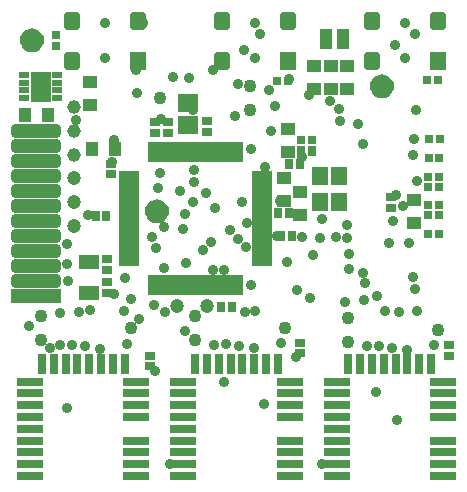
<source format=gts>
%FSTAX23Y23*%
%MOMM*%
%SFA1B1*%

%IPPOS*%
%AMD54*
4,1,8,0.000000,0.609600,0.000000,0.609600,-0.609600,0.000000,-0.609600,0.000000,0.000000,-0.609600,0.000000,-0.609600,0.609600,0.000000,0.609600,0.000000,0.000000,0.609600,0.0*
1,1,1.219200,0.000000,0.000000*
1,1,1.219200,0.000000,0.000000*
1,1,1.219200,0.000000,0.000000*
1,1,1.219200,0.000000,0.000000*
%
%AMD56*
4,1,8,1.750060,0.601980,-1.750060,0.601980,-2.100580,0.248920,-2.100580,-0.248920,-1.750060,-0.601980,1.750060,-0.601980,2.100580,-0.248920,2.100580,0.248920,1.750060,0.601980,0.0*
1,1,0.703200,1.750060,0.248920*
1,1,0.703200,-1.750060,0.248920*
1,1,0.703200,-1.750060,-0.248920*
1,1,0.703200,1.750060,-0.248920*
%
%AMD69*
4,1,8,-0.701040,0.398780,-0.701040,-0.398780,-0.299720,-0.802640,0.299720,-0.802640,0.701040,-0.398780,0.701040,0.398780,0.299720,0.802640,-0.299720,0.802640,-0.701040,0.398780,0.0*
1,1,0.803200,-0.299720,0.398780*
1,1,0.803200,-0.299720,-0.398780*
1,1,0.803200,0.299720,-0.398780*
1,1,0.803200,0.299720,0.398780*
%
%ADD37C,0.899998*%
%ADD52R,2.203196X0.703199*%
%ADD53R,0.703199X1.703197*%
G04~CAMADD=54~8~0.0~0.0~480.0~480.0~240.0~0.0~15~0.0~0.0~0.0~0.0~0~0.0~0.0~0.0~0.0~0~0.0~0.0~0.0~0.0~480.0~480.0*
%ADD54D54*%
%ADD55R,4.203192X1.203198*%
G04~CAMADD=56~8~0.0~0.0~1654.8~473.7~138.4~0.0~15~0.0~0.0~0.0~0.0~0~0.0~0.0~0.0~0.0~0~0.0~0.0~0.0~0.0~1654.8~473.7*
%ADD56D56*%
%ADD57R,0.823198X0.803198*%
%ADD58R,0.803198X0.823198*%
%ADD59R,0.753198X0.753198*%
%ADD60R,0.482599X1.676397*%
%ADD61R,1.676397X0.482599*%
%ADD62R,1.153198X1.053198*%
%ADD63R,1.053198X1.153198*%
%ADD64R,1.753196X1.203198*%
%ADD65R,0.753198X0.753198*%
%ADD66R,0.853198X0.503199*%
%ADD67R,1.803396X2.553195*%
%ADD68R,1.403197X1.603197*%
G04~CAMADD=69~8~0.0~0.0~631.2~552.4~158.1~0.0~15~0.0~0.0~0.0~0.0~0~0.0~0.0~0.0~0.0~0~0.0~0.0~0.0~90.0~554.0~631.0*
%ADD69D69*%
%ADD70R,1.053198X0.853198*%
%ADD71R,1.727197X1.523997*%
%ADD72R,1.422397X1.625597*%
%ADD73C,1.103198*%
%ADD74C,0.903198*%
%ADD75C,1.203198*%
%ADD76C,1.153198*%
%LNdatapcb-1*%
%LPD*%
G36*
X-25522Y-15948D02*
X-25275Y-1605D01*
X-25063Y-16213*
X-249Y-16425*
X-24797Y-16673*
X-24763Y-16938*
Y-16938*
X-24764Y-16938*
X-24797Y-17193*
X-24899Y-17438*
X-2506Y-17649*
X-25271Y-1781*
X-25516Y-17912*
X-25779Y-17947*
X-25787Y-17946*
X-25787Y-17947*
X-25787*
X-26048Y-17912*
X-26292Y-17811*
X-26501Y-17651*
X-26661Y-17442*
X-26762Y-17199*
X-26796Y-16938*
Y-16938*
X-26795Y-16938*
X-26796Y-1693*
X-26761Y-16667*
X-2666Y-16421*
X-26498Y-16211*
X-26288Y-16049*
X-26043Y-15948*
X-25787Y-15914*
X-25787Y-15913*
X-25787*
X-25522Y-15948*
G37*
G36*
X-06472Y-05374D02*
X-06225Y-05476D01*
X-06013Y-05639*
X-0585Y-05851*
X-05748Y-06098*
X-05713Y-06363*
Y-06364*
X-05714Y-06364*
X-05748Y-06619*
X-05849Y-06864*
X-06011Y-07075*
X-06221Y-07236*
X-06466Y-07338*
X-0673Y-07372*
X-06738Y-07371*
X-06738Y-07372*
X-06738*
X-06999Y-07338*
X-07242Y-07237*
X-07451Y-07077*
X-07611Y-06868*
X-07712Y-06625*
X-07746Y-06364*
Y-06364*
X-07745Y-06364*
X-07746Y-06355*
X-07712Y-06092*
X-0761Y-05847*
X-07449Y-05637*
X-07238Y-05475*
X-06993Y-05373*
X-06738Y-0534*
X-06738Y-05339*
X-06738Y-05339*
X-06472Y-05374*
G37*
G36*
X-36105Y-0148D02*
X-35858Y-01583D01*
X-35646Y-01746*
X-35483Y-01958*
X-3538Y-02205*
X-35346Y-0247*
Y-0247*
X-35347*
X-3538Y-02725*
X-35482Y-02971*
X-35643Y-03181*
X-35854Y-03343*
X-36099Y-03444*
X-36362Y-03479*
X-3637Y-03478*
X-3637Y-03479*
X-3637*
X-36631Y-03444*
X-36875Y-03344*
X-37084Y-03183*
X-37244Y-02975*
X-37345Y-02731*
X-37379Y-0247*
Y-0247*
X-37378*
X-37379Y-02462*
X-37344Y-02199*
X-37243Y-01954*
X-37081Y-01743*
X-36871Y-01582*
X-36626Y-0148*
X-3637Y-01447*
Y-01445*
X-3637*
X-36105Y-0148*
G37*
G54D37*
X-30184Y-00999D03*
Y-03999D03*
X-17484Y-00999D03*
Y-03999D03*
X-04784Y-00999D03*
Y-03999D03*
G54D52*
X-10579Y-33361D03*
Y-34361D03*
Y-35361D03*
Y-36361D03*
Y-37361D03*
Y-38361D03*
Y-39361D03*
Y-32361D03*
Y-31361D03*
X-01579D03*
Y-32361D03*
Y-33361D03*
Y-34361D03*
Y-37361D03*
Y-36361D03*
Y-38361D03*
Y-39361D03*
X-23549Y-33362D03*
Y-34362D03*
Y-35362D03*
Y-36362D03*
Y-37362D03*
Y-38362D03*
Y-39362D03*
Y-32362D03*
Y-31362D03*
X-14549D03*
Y-32362D03*
Y-33362D03*
Y-34362D03*
Y-37362D03*
Y-36362D03*
Y-38362D03*
Y-39362D03*
X-36518Y-33362D03*
Y-34362D03*
Y-35362D03*
Y-36362D03*
Y-37362D03*
Y-38362D03*
Y-39362D03*
Y-32362D03*
Y-31362D03*
X-27518D03*
Y-32362D03*
Y-33362D03*
Y-34362D03*
Y-37362D03*
Y-36362D03*
Y-38362D03*
Y-39362D03*
G54D53*
X-08579Y-29861D03*
X-07579D03*
X-05579D03*
X-06579D03*
X-03579D03*
X-02579D03*
X-04579D03*
X-09579D03*
X-21549Y-29862D03*
X-20549D03*
X-18549D03*
X-19549D03*
X-16549D03*
X-15549D03*
X-17549D03*
X-22549D03*
X-34518D03*
X-33518D03*
X-31518D03*
X-32518D03*
X-29518D03*
X-28518D03*
X-30518D03*
X-35518D03*
G54D54*
X-25787Y-16938D03*
X-3637Y-0247D03*
X-06738Y-06364D03*
G54D55*
X-36027Y-24093D03*
G54D56*
X-36027Y-22823D03*
Y-21553D03*
Y-19013D03*
Y-20283D03*
Y-15203D03*
Y-13933D03*
Y-16473D03*
Y-17743D03*
Y-11393D03*
Y-12663D03*
Y-10123D03*
G54D57*
X-01051Y-29157D03*
Y-28237D03*
X-26342Y-30077D03*
Y-29157D03*
X-13696Y-28977D03*
Y-28057D03*
X-2595Y-09354D03*
Y-10274D03*
X-21531Y-0927D03*
Y-1019D03*
X-29711Y-12895D03*
Y-13815D03*
X-2483Y-09367D03*
Y-10287D03*
X-05941Y-1662D03*
Y-157D03*
X-30046Y-21903D03*
Y-20983D03*
X-3003Y-22947D03*
Y-23867D03*
G54D58*
X-30975Y-17342D03*
X-30055D03*
X-14322Y-19011D03*
X-15242D03*
X-14609Y-17053D03*
X-15529D03*
X-19423Y-25016D03*
X-20343D03*
X-13647Y-12971D03*
X-14567D03*
X-13564Y-11878D03*
X-12644D03*
G54D59*
X-02737Y-10821D03*
X-01837D03*
X-02787Y-12414D03*
X-01887D03*
X-02805Y-13995D03*
X-01905D03*
X-02793Y-14885D03*
X-01893D03*
X-02805Y-16416D03*
X-01905D03*
X-02812Y-17292D03*
X-01912D03*
X-02813Y-18827D03*
X-01913D03*
X-14726Y-05911D03*
X-15626D03*
X-02005Y-05836D03*
X-02905D03*
X-12671Y-1092D03*
X-13571D03*
G54D60*
X-1877Y-11952D03*
X-19278D03*
X-19786D03*
X-20269D03*
X-20777D03*
X-21285D03*
X-21767D03*
X-22275D03*
X-22783D03*
X-23291D03*
X-23774D03*
X-24282D03*
X-2479D03*
X-25273D03*
X-25781D03*
X-26289D03*
Y-23179D03*
X-25781D03*
X-25273D03*
X-2479D03*
X-24282D03*
X-23774D03*
X-23291D03*
X-22783D03*
X-22275D03*
X-21767D03*
X-21285D03*
X-20777D03*
X-20269D03*
X-19786D03*
X-19278D03*
X-1877D03*
G54D61*
X-28143Y-13806D03*
Y-14314D03*
Y-14822D03*
Y-15305D03*
Y-15813D03*
Y-16321D03*
Y-16803D03*
Y-17311D03*
Y-17819D03*
Y-18327D03*
Y-1881D03*
Y-19318D03*
Y-19826D03*
Y-20308D03*
Y-20816D03*
Y-21324D03*
X-16916D03*
Y-20816D03*
Y-20308D03*
Y-19826D03*
Y-19318D03*
Y-1881D03*
Y-18327D03*
Y-17819D03*
Y-17311D03*
Y-16803D03*
Y-16321D03*
Y-15813D03*
Y-15305D03*
Y-14822D03*
Y-14314D03*
Y-13806D03*
G54D62*
X-11088Y-06574D03*
Y-04624D03*
X-09666Y-06574D03*
Y-04624D03*
X-12509Y-06574D03*
Y-04624D03*
X-31452Y-07968D03*
Y-06018D03*
X-03996Y-15951D03*
Y-17901D03*
X-15004Y-14112D03*
Y-16062D03*
X-1363Y-15332D03*
Y-17282D03*
X-14684Y-11936D03*
Y-09986D03*
G54D63*
X-36932Y-08761D03*
X-34982D03*
X-31246Y-11691D03*
X-29296D03*
G54D64*
X-31533Y-23872D03*
Y-21272D03*
G54D65*
X-34335Y-0201D03*
Y-0291D03*
G54D66*
X-37007Y-05405D03*
Y-06055D03*
Y-06705D03*
Y-07355D03*
X-34257D03*
Y-06705D03*
Y-06055D03*
Y-05405D03*
G54D67*
X-35632Y-0638D03*
G54D68*
X-27409Y-04199D03*
X-14709D03*
X-02009D03*
G54D69*
X-32959Y-04199D03*
X-27409Y-00799D03*
X-32959D03*
X-20259Y-04199D03*
X-14709Y-00799D03*
X-20259D03*
X-07559Y-04199D03*
X-02009Y-00799D03*
X-07559D03*
G54D70*
X-09994Y-02804D03*
X-11444Y-01954D03*
X-09994D03*
X-11444Y-02804D03*
G54D71*
X-23146Y-07738D03*
Y-09653D03*
G54D72*
X-10358Y-1393D03*
Y-16147D03*
X-11971Y-1393D03*
Y-16147D03*
G54D73*
X-28002Y-26846D03*
X-35622Y-2583D03*
Y-27862D03*
X-14949Y-26819D03*
X-22569Y-25803D03*
Y-27835D03*
X-02007Y-26959D03*
X-09627Y-25943D03*
Y-27975D03*
X-17893Y-06343D03*
Y-08375D03*
X-25513Y-07359D03*
G54D74*
X-25942Y-3045D03*
X-14033Y-293D03*
X-20091Y-31382D03*
X-16691Y-33263D03*
X-07241Y-32215D03*
X-33429Y-33607D03*
X-36576Y-26616D03*
X-34861Y-28549D03*
X-25139Y-25496D03*
X-25833Y-20077D03*
X-29408Y-23902D03*
X-27939Y-24383D03*
X-28461Y-2256D03*
X-28589Y-25372D03*
X-26036Y-24852D03*
X-27324Y-26065D03*
X-34029Y-25592D03*
X-34018Y-28252D03*
X-3142Y-25297D03*
X-32408Y-25451D03*
X-24684Y-38366D03*
X-23367Y-27116D03*
X-17489Y-25408D03*
X-18366Y-2543D03*
X-30578Y-28576D03*
X-31866Y-28374D03*
X-28302Y-28143D03*
X-3295Y-28228D03*
X-17525Y-28549D03*
X-18813Y-28348D03*
X-15249Y-28116D03*
X-20965Y-28226D03*
X-19897Y-28202D03*
X-06954Y-28341D03*
X-08022Y-28365D03*
X-03776Y-25422D03*
X-05472Y-34587D03*
X-11835Y-38356D03*
X-02307Y-28256D03*
X-09861Y-24583D03*
X-06503Y-2542D03*
X-05259Y-25444D03*
X-05871Y-28488D03*
X-04583Y-28689D03*
X-08281Y-24465D03*
X-1395Y-23603D03*
X-12841Y-24297D03*
X-04971Y-16494D03*
X-05833Y-17747D03*
X-06099Y-19649D03*
X-03729Y-14405D03*
X-13481Y-19092D03*
X-11961Y-19176D03*
X-09683Y-18098D03*
X-10604Y-19107D03*
X-12578Y-20625D03*
X-1562Y-19049D03*
X-03989Y-10809D03*
X-04142Y-12146D03*
X-05565Y-15591D03*
X-2339Y-17192D03*
X-11782Y-17574D03*
X-14746Y-21255D03*
X-23556Y-18401D03*
X-22605Y-14477D03*
X-23827Y-15196D03*
X-1816Y-17906D03*
X-22732Y-16128D03*
X-21589Y-15366D03*
X-13461Y-12318D03*
X-20827Y-16636D03*
X-19557Y-18541D03*
X-18541Y-16128D03*
X-18264Y-19949D03*
X-18922Y-19303D03*
X-20127Y-21942D03*
X-21051Y-21874D03*
X-21165Y-19501D03*
X-21843Y-20192D03*
X-23323Y-21291D03*
X-25202Y-21746D03*
X-25145Y-18287D03*
X-26238Y-19115D03*
X-29404Y-1094D03*
X-22732Y-08381D03*
X-29575Y-12801D03*
X-17817Y-23211D03*
X-33345Y-22879D03*
X-334Y-19684D03*
X-3339Y-21393D03*
X-09504Y-21867D03*
X-31597Y-17273D03*
X-1666Y-13168D03*
X-18927Y-06195D03*
X-3267Y-09208D03*
X-27468Y-06903D03*
X-27518Y-04936D03*
X-25496Y-13675D03*
X-22641Y-13419D03*
X-25653Y-14985D03*
X-10355Y-08319D03*
X-14638Y-05751D03*
X-1534Y-16045D03*
X-21016Y-04937D03*
X-25444Y-09119D03*
X-11138Y-07609D03*
X-08724Y-09575D03*
X-08373Y-11255D03*
X-07109Y-24149D03*
X-04137Y-22539D03*
X-03936Y-23494D03*
X-08199Y-2302D03*
X-09667Y-19167D03*
X-09524Y-20573D03*
X-26991Y-01007D03*
X-18414Y-03301D03*
X-17062Y-01949D03*
X-05614Y-02902D03*
X-03902Y-01954D03*
X-08351Y-22147D03*
X-19176Y-08889D03*
X-03875Y-08388D03*
X-04418Y-19663D03*
X-23061Y-05663D03*
X-24406Y-05539D03*
X-17803Y-11691D03*
X-16281Y-06663D03*
X-15829Y-08059D03*
X-16128Y-10159D03*
X-12876Y-07114D03*
X-10286Y-0927D03*
G54D75*
X-2411Y-24958D03*
X-2157D03*
X-32799Y-1416D03*
Y-1616D03*
Y-1816D03*
G54D76*
X-32798Y-10152D03*
X-32797Y-08148D03*
X-32799Y-12156D03*
M02*
</source>
